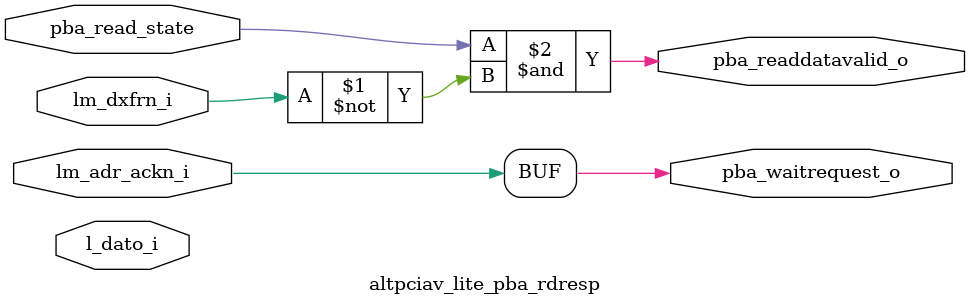
<source format=v>


//     Logic Core:             PCI Megacore Function
//     Company:                Altera Corporation.
//                             www.altera.com
//     Author :                PNSE Group
//
//     Description:    PCI Avalon Light PCI Bus Access Read Response Module
//
//     Copyright 2007 Altera Corporation. All rights reserved.  This source code is highly
//     confidential and proprietary information of Altera and is being provided in accordance with
//     and subject to the protections of a Non-Disclosure Agreement which governs its use and
//     disclosure.  Altera products and services are protected under numerous U.S. and foreign
//    patents, maskwork rights, copyrights and other intellectual property laws.  Altera assumes
//     no responsibility or liability arising out of the application or use of this source code.
//
//////////////////////////////////////////////////////////////////////////////////////////////////
//////////////////////////////////////////////////////////////////////////////////////////////////

module altpciav_lite_pba_rdresp 
  #(
    parameter CG_PCI_DATA_WIDTH = 32
    )
(
 l_dato_i,
 lm_dxfrn_i,
 lm_adr_ackn_i,
 pba_waitrequest_o,
 pba_readdatavalid_o,

 pba_read_state
);

//port declaration
input [CG_PCI_DATA_WIDTH-1 : 0]l_dato_i;
input lm_dxfrn_i;
input lm_adr_ackn_i;
output pba_readdatavalid_o;
output pba_waitrequest_o;
input pba_read_state;



assign pba_waitrequest_o = lm_adr_ackn_i;
assign pba_readdatavalid_o = pba_read_state & ~lm_dxfrn_i;

endmodule

</source>
